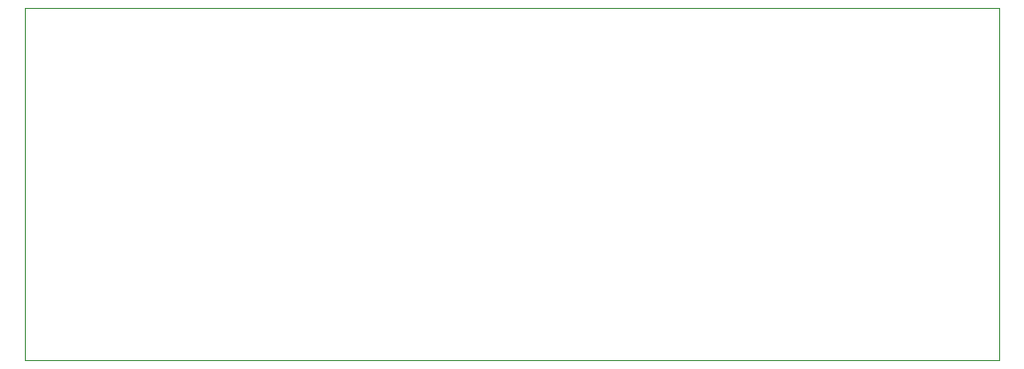
<source format=gbr>
G04 #@! TF.GenerationSoftware,KiCad,Pcbnew,5.1.5+dfsg1-2build2*
G04 #@! TF.CreationDate,2022-03-11T14:10:26+02:00*
G04 #@! TF.ProjectId,dc_receiver,64635f72-6563-4656-9976-65722e6b6963,rev?*
G04 #@! TF.SameCoordinates,Original*
G04 #@! TF.FileFunction,Profile,NP*
%FSLAX46Y46*%
G04 Gerber Fmt 4.6, Leading zero omitted, Abs format (unit mm)*
G04 Created by KiCad (PCBNEW 5.1.5+dfsg1-2build2) date 2022-03-11 14:10:26*
%MOMM*%
%LPD*%
G04 APERTURE LIST*
%ADD10C,0.050000*%
G04 APERTURE END LIST*
D10*
X120300000Y-19000000D02*
X120300000Y-49000000D01*
X37300000Y-49000000D02*
X120300000Y-49000000D01*
X37300000Y-19000000D02*
X120300000Y-19000000D01*
X37300000Y-19000000D02*
X37300000Y-49000000D01*
M02*

</source>
